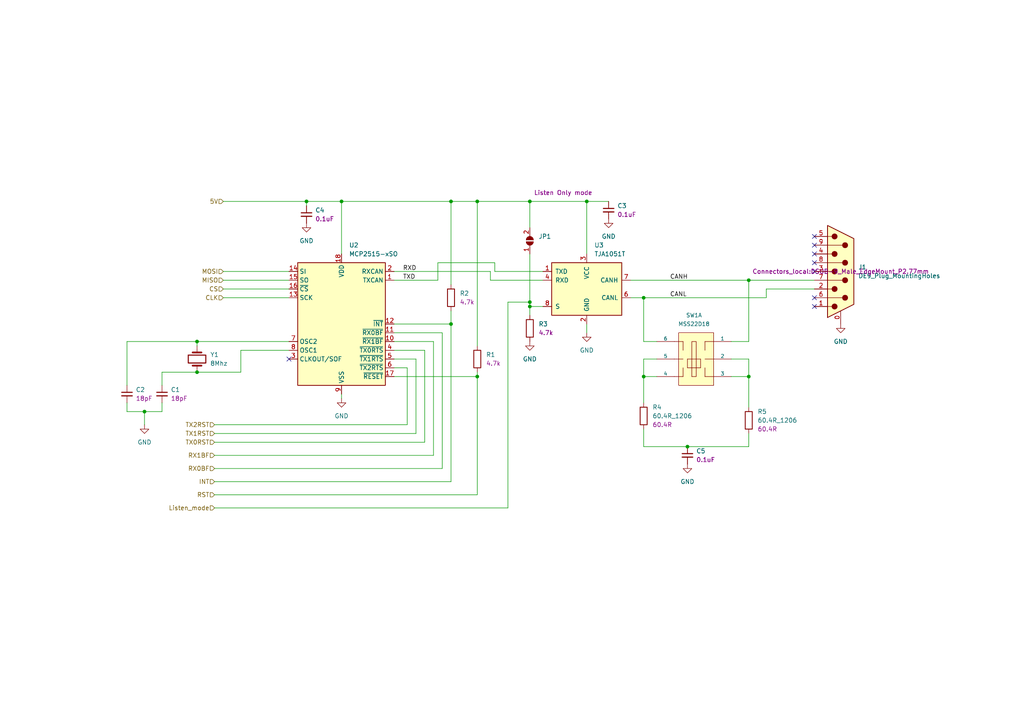
<source format=kicad_sch>
(kicad_sch (version 20230121) (generator eeschema)
  (paper "A4")
  (lib_symbols
    (symbol "Connector:DE9_Plug_MountingHoles" (pin_names (offset 1.016) hide)
      (property "Reference" "J" (at 0 16.51 0))
      (property "Value" "DE9_Plug_MountingHoles" (at 0 14.605 0))
      (symbol "DE9_Plug_MountingHoles_0_1"
        (circle (center -1.778 -10.16) (radius 0.762) (fill (type outline)))
        (circle (center -1.778 -5.08) (radius 0.762) (fill (type outline)))
        (circle (center -1.778 0) (radius 0.762) (fill (type outline)))
        (circle (center -1.778 5.08) (radius 0.762) (fill (type outline)))
        (circle (center -1.778 10.16) (radius 0.762) (fill (type outline)))
        (polyline (pts (xy -3.81 -10.16) (xy -2.54 -10.16)))
        (polyline (pts (xy -3.81 -7.62) (xy 0.508 -7.62)))
        (polyline (pts (xy -3.81 -5.08) (xy -2.54 -5.08)))
        (polyline (pts (xy -3.81 -2.54) (xy 0.508 -2.54)))
        (polyline (pts (xy -3.81 0) (xy -2.54 0)))
        (polyline (pts (xy -3.81 2.54) (xy 0.508 2.54)))
        (polyline (pts (xy -3.81 5.08) (xy -2.54 5.08)))
        (polyline (pts (xy -3.81 7.62) (xy 0.508 7.62)))
        (polyline (pts (xy -3.81 10.16) (xy -2.54 10.16)))
        (polyline (pts (xy -3.81 -13.335) (xy -3.81 13.335) (xy 3.81 9.525) (xy 3.81 -9.525) (xy -3.81 -13.335)) (stroke (width 0.254)) (fill (type background)))
        (circle (center 1.27 -7.62) (radius 0.762) (fill (type outline)))
        (circle (center 1.27 -2.54) (radius 0.762) (fill (type outline)))
        (circle (center 1.27 2.54) (radius 0.762) (fill (type outline)))
        (circle (center 1.27 7.62) (radius 0.762) (fill (type outline)))
      )
      (symbol "DE9_Plug_MountingHoles_1_1"
        (pin passive line (at 0 -15.24 90) (length 3.81) (name "PAD") (number "0"))
        (pin passive line (at -7.62 -10.16 0) (length 3.81) (name "1") (number "1"))
        (pin passive line (at -7.62 -5.08 0) (length 3.81) (name "2") (number "2"))
        (pin passive line (at -7.62 0 0) (length 3.81) (name "3") (number "3"))
        (pin passive line (at -7.62 5.08 0) (length 3.81) (name "4") (number "4"))
        (pin passive line (at -7.62 10.16 0) (length 3.81) (name "5") (number "5"))
        (pin passive line (at -7.62 -7.62 0) (length 3.81) (name "6") (number "6"))
        (pin passive line (at -7.62 -2.54 0) (length 3.81) (name "7") (number "7"))
        (pin passive line (at -7.62 2.54 0) (length 3.81) (name "8") (number "8"))
        (pin passive line (at -7.62 7.62 0) (length 3.81) (name "9") (number "9"))
      )
    )
    (symbol "Device:Crystal" (pin_numbers hide) (pin_names (offset 1.016) hide)
      (property "Reference" "Y" (at 0 3.81 0))
      (property "Value" "Crystal" (at 0 -3.81 0))
      (symbol "Crystal_0_1"
        (rectangle (start -1.143 2.54) (end 1.143 -2.54) (stroke (width 0.3048)))
        (polyline (pts (xy -2.54 0) (xy -1.905 0)))
        (polyline (pts (xy -1.905 -1.27) (xy -1.905 1.27)) (stroke (width 0.508)))
        (polyline (pts (xy 1.905 -1.27) (xy 1.905 1.27)) (stroke (width 0.508)))
        (polyline (pts (xy 2.54 0) (xy 1.905 0)))
      )
      (symbol "Crystal_1_1"
        (pin passive line (at -3.81 0 0) (length 1.27) (name "1") (number "1"))
        (pin passive line (at 3.81 0 180) (length 1.27) (name "2") (number "2"))
      )
    )
    (symbol "Interface_CAN_LIN:MCP2515-xSO"
      (property "Reference" "U" (at -10.16 19.685 0))
      (property "Value" "MCP2515-xSO" (at 19.05 20.32 0))
      (symbol "MCP2515-xSO_0_1"
        (rectangle (start -12.7 17.78) (end 12.7 -17.78) (stroke (width 0.254)) (fill (type background)))
      )
      (symbol "MCP2515-xSO_1_1"
        (pin output line (at 15.24 12.7 180) (length 2.54) (name "TXCAN") (number "1"))
        (pin output line (at 15.24 -5.08 180) (length 2.54) (name "~{RX1BF}") (number "10"))
        (pin output line (at 15.24 -2.54 180) (length 2.54) (name "~{RX0BF}") (number "11"))
        (pin output line (at 15.24 0 180) (length 2.54) (name "~{INT}") (number "12"))
        (pin input line (at -15.24 7.62 0) (length 2.54) (name "SCK") (number "13"))
        (pin input line (at -15.24 15.24 0) (length 2.54) (name "SI") (number "14"))
        (pin output line (at -15.24 12.7 0) (length 2.54) (name "SO") (number "15"))
        (pin input line (at -15.24 10.16 0) (length 2.54) (name "~{CS}") (number "16"))
        (pin input line (at 15.24 -15.24 180) (length 2.54) (name "~{RESET}") (number "17"))
        (pin power_in line (at 0 20.32 270) (length 2.54) (name "VDD") (number "18"))
        (pin input line (at 15.24 15.24 180) (length 2.54) (name "RXCAN") (number "2"))
        (pin output line (at -15.24 -10.16 0) (length 2.54) (name "CLKOUT/SOF") (number "3"))
        (pin input line (at 15.24 -7.62 180) (length 2.54) (name "~{TX0RTS}") (number "4"))
        (pin input line (at 15.24 -10.16 180) (length 2.54) (name "~{TX1RTS}") (number "5"))
        (pin input line (at 15.24 -12.7 180) (length 2.54) (name "~{TX2RTS}") (number "6"))
        (pin output line (at -15.24 -5.08 0) (length 2.54) (name "OSC2") (number "7"))
        (pin input line (at -15.24 -7.62 0) (length 2.54) (name "OSC1") (number "8"))
        (pin power_in line (at 0 -20.32 90) (length 2.54) (name "VSS") (number "9"))
      )
    )
    (symbol "Interface_CAN_LIN:TJA1051T" (pin_names (offset 1.016))
      (property "Reference" "U" (at -10.16 8.89 0))
      (property "Value" "TJA1051T" (at 1.27 8.89 0))
      (symbol "TJA1051T_0_1"
        (rectangle (start -10.16 7.62) (end 10.16 -7.62) (stroke (width 0.254)) (fill (type background)))
      )
      (symbol "TJA1051T_1_1"
        (pin input line (at -12.7 5.08 0) (length 2.54) (name "TXD") (number "1"))
        (pin power_in line (at 0 -10.16 90) (length 2.54) (name "GND") (number "2"))
        (pin power_in line (at 0 10.16 270) (length 2.54) (name "VCC") (number "3"))
        (pin output line (at -12.7 2.54 0) (length 2.54) (name "RXD") (number "4"))
        (pin no_connect line (at -10.16 -2.54 0) (length 2.54) hide (name "NC") (number "5"))
        (pin bidirectional line (at 12.7 -2.54 180) (length 2.54) (name "CANL") (number "6"))
        (pin bidirectional line (at 12.7 2.54 180) (length 2.54) (name "CANH") (number "7"))
        (pin input line (at -12.7 -5.08 0) (length 2.54) (name "S") (number "8"))
      )
    )
    (symbol "Jumper:SolderJumper_2_Open" (pin_names (offset 0) hide)
      (property "Reference" "JP" (at 0 2.032 0))
      (property "Value" "SolderJumper_2_Open" (at 0 -2.54 0))
      (symbol "SolderJumper_2_Open_0_1"
        (arc (start -0.254 1.016) (mid -1.2656 0) (end -0.254 -1.016))
        (arc (start -0.254 1.016) (mid -1.2656 0) (end -0.254 -1.016) (fill (type outline)))
        (polyline (pts (xy -0.254 1.016) (xy -0.254 -1.016)))
        (polyline (pts (xy 0.254 1.016) (xy 0.254 -1.016)))
        (arc (start 0.254 -1.016) (mid 1.2656 0) (end 0.254 1.016))
        (arc (start 0.254 -1.016) (mid 1.2656 0) (end 0.254 1.016) (fill (type outline)))
      )
      (symbol "SolderJumper_2_Open_1_1"
        (pin passive line (at -3.81 0 0) (length 2.54) (name "A") (number "1"))
        (pin passive line (at 3.81 0 180) (length 2.54) (name "B") (number "2"))
      )
    )
    (symbol "MSS22D18_1" (pin_numbers hide) (pin_names (offset 0))
      (property "Reference" "SW" (at 11.43 5.08 0))
      (property "Value" "MSS22D18" (at 8.89 7.62 0))
      (symbol "MSS22D18_1_1_0"
        (rectangle (start -7.62 10.16) (end 7.62 0) (fill (type background)))
        (polyline (pts (xy -5.08 0) (xy -5.08 2.54)))
        (polyline (pts (xy -5.08 2.54) (xy -2.54 2.54)))
        (polyline (pts (xy -5.08 8.89) (xy -2.54 8.89)))
        (polyline (pts (xy -5.08 11.43) (xy -5.08 8.89)))
        (polyline (pts (xy -2.54 3.81) (xy 0 3.81)))
        (polyline (pts (xy -2.54 5.08) (xy -2.54 3.81)))
        (polyline (pts (xy -2.54 6.35) (xy -2.54 7.62)))
        (polyline (pts (xy 0 0) (xy 0 2.54)))
        (polyline (pts (xy 0 5.08) (xy 0 3.81)))
        (polyline (pts (xy 0 6.35) (xy 0 7.62)))
        (polyline (pts (xy 0 7.62) (xy -2.54 7.62)))
        (polyline (pts (xy 0 11.43) (xy 0 8.89)))
        (polyline (pts (xy 5.08 0) (xy 5.08 2.54)))
        (polyline (pts (xy 5.08 2.54) (xy 2.54 2.54)))
        (polyline (pts (xy 5.08 8.89) (xy 2.54 8.89)))
        (polyline (pts (xy 5.08 11.43) (xy 5.08 8.89)))
      )
      (symbol "MSS22D18_1_1_1"
        (rectangle (start -2.54 6.35) (end 0 5.08))
        (polyline (pts (xy -2.54 6.35) (xy -5.08 6.35)))
        (polyline (pts (xy -2.54 6.35) (xy -2.54 6.35)))
        (polyline (pts (xy -2.54 5.08) (xy -5.08 5.08) (xy -5.08 6.35)))
        (polyline (pts (xy 0 6.35) (xy 5.08 6.35) (xy 5.08 5.08) (xy 0 5.08)))
        (pin passive line (at 5.08 -5.08 90) (length 5.08) (name "1") (number "1"))
        (pin passive line (at 0 -5.08 90) (length 5.08) (name "2") (number "2"))
        (pin passive line (at -5.08 -5.08 90) (length 5.08) (name "3") (number "3"))
        (pin passive line (at -5.08 16.51 270) (length 5.08) (name "4") (number "4"))
        (pin passive line (at 0 16.51 270) (length 5.08) (name "5") (number "5"))
        (pin passive line (at 5.08 16.51 270) (length 5.08) (name "6") (number "6"))
      )
      (symbol "MSS22D18_1_2_0"
        (polyline (pts (xy -2.54 0) (xy 2.54 2.54)))
        (polyline (pts (xy -0.762 3.048) (xy -0.762 3.556)))
        (polyline (pts (xy -0.762 3.556) (xy 0.762 3.556)))
        (polyline (pts (xy 0 1.778) (xy 0 2.794)))
        (polyline (pts (xy 0.762 3.556) (xy 0.762 3.048)))
        (polyline (pts (xy 1.524 2.54) (xy 2.54 2.54)))
        (polyline (pts (xy 2.54 2.54) (xy 2.032 1.778)))
      )
      (symbol "MSS22D18_1_2_1"
        (pin passive line (at -5.08 0 0) (length 2.54) (name "SW1") (number "SW1"))
        (pin passive line (at 5.08 0 180) (length 2.54) (name "SW2") (number "SW2"))
      )
    )
    (symbol "PCM_4ms_Capacitor:100nF_0603_16V" (pin_numbers hide) (pin_names (offset 0.254) hide)
      (property "Reference" "C" (at 1.905 1.27 0))
      (property "Display" "0.1uF" (at 1.905 -1.27 0))
      (symbol "100nF_0603_16V_0_1"
        (polyline (pts (xy -1.524 -0.508) (xy 1.524 -0.508)) (stroke (width 0.3302)))
        (polyline (pts (xy -1.524 0.508) (xy 1.524 0.508)) (stroke (width 0.3048)))
      )
      (symbol "100nF_0603_16V_1_1"
        (pin passive line (at 0 2.54 270) (length 2.032) (name "~") (number "1"))
        (pin passive line (at 0 -2.54 90) (length 2.032) (name "~") (number "2"))
      )
    )
    (symbol "PCM_4ms_Capacitor:18pF_0603_50V" (pin_numbers hide) (pin_names (offset 0.254) hide)
      (property "Reference" "C" (at 1.905 1.27 0))
      (property "Display" "18pF" (at 1.905 -1.27 0))
      (symbol "18pF_0603_50V_0_1"
        (polyline (pts (xy -1.524 -0.508) (xy 1.524 -0.508)) (stroke (width 0.3302)))
        (polyline (pts (xy -1.524 0.508) (xy 1.524 0.508)) (stroke (width 0.3048)))
      )
      (symbol "18pF_0603_50V_1_1"
        (pin passive line (at 0 2.54 270) (length 2.032) (name "~") (number "1"))
        (pin passive line (at 0 -2.54 90) (length 2.032) (name "~") (number "2"))
      )
    )
    (symbol "PCM_4ms_Power-symbol:GND" (power) (pin_names (offset 0))
      (property "Value" "GND" (at 0 -3.81 0))
      (symbol "GND_0_1"
        (polyline (pts (xy 0 0) (xy 0 -1.27) (xy 1.27 -1.27) (xy 0 -2.54) (xy -1.27 -1.27) (xy 0 -1.27)))
      )
      (symbol "GND_1_1"
        (pin power_in line (at 0 0 270) (length 0) hide (name "GND") (number "1"))
      )
    )
    (symbol "PCM_4ms_Resistor:4.7k_0603" (pin_numbers hide) (pin_names (offset 0))
      (property "Reference" "R" (at 2.032 0 90))
      (property "Display" "4.7k" (at 3.81 0 90))
      (symbol "4.7k_0603_0_1"
        (rectangle (start -1.016 -2.54) (end 1.016 2.54) (stroke (width 0.254)))
      )
      (symbol "4.7k_0603_1_1"
        (pin passive line (at 0 3.81 270) (length 1.27) (name "~") (number "1"))
        (pin passive line (at 0 -3.81 90) (length 1.27) (name "~") (number "2"))
      )
    )
    (symbol "Resistors_local:2R_1206_1" (pin_numbers hide) (pin_names (offset 0))
      (property "Reference" "R" (at 2.032 0 90))
      (property "Value" "60.4R_1206" (at -2.54 0 90))
      (property "Display" "60.4R" (at 3.81 0 90))
      (symbol "2R_1206_1_0_1"
        (rectangle (start -1.016 -2.54) (end 1.016 2.54) (stroke (width 0.254)))
      )
      (symbol "2R_1206_1_1_1"
        (pin passive line (at 0 3.81 270) (length 1.27) (name "~") (number "1"))
        (pin passive line (at 0 -3.81 90) (length 1.27) (name "~") (number "2"))
      )
    )
  )
  (junction (at 57.15 99.06))
  (junction (at 41.91 119.38))
  (junction (at 99.06 58.42))
  (junction (at 153.67 87.63))
  (junction (at 153.67 88.9))
  (junction (at 186.69 109.22))
  (junction (at 130.81 58.42))
  (junction (at 153.67 58.42))
  (junction (at 88.9 58.42))
  (junction (at 217.17 81.28))
  (junction (at 138.43 58.42))
  (junction (at 186.69 86.36))
  (junction (at 170.18 58.42))
  (junction (at 130.81 93.98))
  (junction (at 57.15 107.95))
  (junction (at 138.43 109.22))
  (junction (at 217.17 109.22))
  (junction (at 199.39 129.54))
  (no_connect (at 236.22 76.2))
  (no_connect (at 236.22 88.9))
  (no_connect (at 236.22 68.58))
  (no_connect (at 236.22 71.12))
  (no_connect (at 83.82 104.14))
  (no_connect (at 236.22 73.66))
  (no_connect (at 236.22 78.74))
  (no_connect (at 236.22 86.36))
  (wire (pts (xy 217.17 109.22) (xy 217.17 118.11)))
  (wire (pts (xy 186.69 99.06) (xy 190.5 99.06)))
  (wire (pts (xy 190.5 104.14) (xy 186.69 104.14)))
  (wire (pts (xy 236.22 83.82) (xy 222.25 83.82)))
  (wire (pts (xy 142.24 78.74) (xy 114.3 78.74)))
  (wire (pts (xy 212.09 104.14) (xy 217.17 104.14)))
  (wire (pts (xy 157.48 88.9) (xy 153.67 88.9)))
  (wire (pts (xy 212.09 109.22) (xy 217.17 109.22)))
  (wire (pts (xy 143.51 78.74) (xy 157.48 78.74)))
  (wire (pts (xy 64.77 83.82) (xy 83.82 83.82)))
  (wire (pts (xy 147.32 87.63) (xy 153.67 87.63)))
  (wire (pts (xy 138.43 109.22) (xy 138.43 107.95)))
  (wire (pts (xy 114.3 106.68) (xy 118.11 106.68)))
  (wire (pts (xy 62.23 128.27) (xy 123.19 128.27)))
  (wire (pts (xy 36.83 119.38) (xy 41.91 119.38)))
  (wire (pts (xy 114.3 109.22) (xy 138.43 109.22)))
  (wire (pts (xy 99.06 73.66) (xy 99.06 58.42)))
  (wire (pts (xy 138.43 58.42) (xy 153.67 58.42)))
  (wire (pts (xy 88.9 58.42) (xy 99.06 58.42)))
  (wire (pts (xy 120.65 104.14) (xy 120.65 125.73)))
  (wire (pts (xy 217.17 104.14) (xy 217.17 109.22)))
  (wire (pts (xy 114.3 101.6) (xy 123.19 101.6)))
  (wire (pts (xy 88.9 59.69) (xy 88.9 58.42)))
  (wire (pts (xy 170.18 93.98) (xy 170.18 96.52)))
  (wire (pts (xy 62.23 123.19) (xy 118.11 123.19)))
  (wire (pts (xy 83.82 101.6) (xy 69.85 101.6)))
  (wire (pts (xy 170.18 58.42) (xy 170.18 73.66)))
  (wire (pts (xy 130.81 93.98) (xy 114.3 93.98)))
  (wire (pts (xy 57.15 99.06) (xy 36.83 99.06)))
  (wire (pts (xy 153.67 88.9) (xy 153.67 91.44)))
  (wire (pts (xy 46.99 107.95) (xy 46.99 111.76)))
  (wire (pts (xy 186.69 109.22) (xy 190.5 109.22)))
  (wire (pts (xy 99.06 115.57) (xy 99.06 114.3)))
  (wire (pts (xy 69.85 101.6) (xy 69.85 107.95)))
  (wire (pts (xy 123.19 101.6) (xy 123.19 128.27)))
  (wire (pts (xy 125.73 99.06) (xy 125.73 132.08)))
  (wire (pts (xy 153.67 58.42) (xy 153.67 66.04)))
  (wire (pts (xy 127 81.28) (xy 127 76.2)))
  (wire (pts (xy 186.69 109.22) (xy 186.69 116.84)))
  (wire (pts (xy 147.32 147.32) (xy 147.32 87.63)))
  (wire (pts (xy 46.99 119.38) (xy 41.91 119.38)))
  (wire (pts (xy 130.81 90.17) (xy 130.81 93.98)))
  (wire (pts (xy 170.18 58.42) (xy 176.53 58.42)))
  (wire (pts (xy 130.81 58.42) (xy 130.81 82.55)))
  (wire (pts (xy 62.23 143.51) (xy 138.43 143.51)))
  (wire (pts (xy 62.23 125.73) (xy 120.65 125.73)))
  (wire (pts (xy 186.69 86.36) (xy 222.25 86.36)))
  (wire (pts (xy 130.81 58.42) (xy 138.43 58.42)))
  (wire (pts (xy 138.43 143.51) (xy 138.43 109.22)))
  (wire (pts (xy 186.69 86.36) (xy 186.69 99.06)))
  (wire (pts (xy 62.23 135.89) (xy 128.27 135.89)))
  (wire (pts (xy 99.06 58.42) (xy 130.81 58.42)))
  (wire (pts (xy 217.17 81.28) (xy 236.22 81.28)))
  (wire (pts (xy 46.99 116.84) (xy 46.99 119.38)))
  (wire (pts (xy 153.67 58.42) (xy 170.18 58.42)))
  (wire (pts (xy 41.91 119.38) (xy 41.91 123.19)))
  (wire (pts (xy 62.23 147.32) (xy 147.32 147.32)))
  (wire (pts (xy 217.17 81.28) (xy 217.17 99.06)))
  (wire (pts (xy 118.11 106.68) (xy 118.11 123.19)))
  (wire (pts (xy 186.69 124.46) (xy 186.69 129.54)))
  (wire (pts (xy 138.43 58.42) (xy 138.43 100.33)))
  (wire (pts (xy 153.67 87.63) (xy 153.67 88.9)))
  (wire (pts (xy 157.48 81.28) (xy 142.24 81.28)))
  (wire (pts (xy 64.77 58.42) (xy 88.9 58.42)))
  (wire (pts (xy 186.69 104.14) (xy 186.69 109.22)))
  (wire (pts (xy 57.15 107.95) (xy 69.85 107.95)))
  (wire (pts (xy 153.67 73.66) (xy 153.67 87.63)))
  (wire (pts (xy 130.81 139.7) (xy 130.81 93.98)))
  (wire (pts (xy 127 76.2) (xy 143.51 76.2)))
  (wire (pts (xy 36.83 99.06) (xy 36.83 111.76)))
  (wire (pts (xy 182.88 81.28) (xy 217.17 81.28)))
  (wire (pts (xy 128.27 96.52) (xy 128.27 135.89)))
  (wire (pts (xy 64.77 78.74) (xy 83.82 78.74)))
  (wire (pts (xy 62.23 132.08) (xy 125.73 132.08)))
  (wire (pts (xy 143.51 76.2) (xy 143.51 78.74)))
  (wire (pts (xy 64.77 81.28) (xy 83.82 81.28)))
  (wire (pts (xy 217.17 125.73) (xy 217.17 129.54)))
  (wire (pts (xy 199.39 129.54) (xy 217.17 129.54)))
  (wire (pts (xy 83.82 99.06) (xy 57.15 99.06)))
  (wire (pts (xy 114.3 99.06) (xy 125.73 99.06)))
  (wire (pts (xy 217.17 99.06) (xy 212.09 99.06)))
  (wire (pts (xy 64.77 86.36) (xy 83.82 86.36)))
  (wire (pts (xy 62.23 139.7) (xy 130.81 139.7)))
  (wire (pts (xy 114.3 96.52) (xy 128.27 96.52)))
  (wire (pts (xy 57.15 107.95) (xy 46.99 107.95)))
  (wire (pts (xy 114.3 104.14) (xy 120.65 104.14)))
  (wire (pts (xy 57.15 99.06) (xy 57.15 100.33)))
  (wire (pts (xy 142.24 81.28) (xy 142.24 78.74)))
  (wire (pts (xy 222.25 83.82) (xy 222.25 86.36)))
  (wire (pts (xy 182.88 86.36) (xy 186.69 86.36)))
  (wire (pts (xy 36.83 116.84) (xy 36.83 119.38)))
  (wire (pts (xy 186.69 129.54) (xy 199.39 129.54)))
  (wire (pts (xy 114.3 81.28) (xy 127 81.28)))
  (label "CANL" (at 194.31 86.36 0))
  (label "TXD" (at 116.84 81.28 0))
  (label "RXD" (at 116.84 78.74 0))
  (label "CANH" (at 194.31 81.28 0))
  (hierarchical_label "RX1BF" (shape input) (at 62.23 132.08 180))
  (hierarchical_label "MISO" (shape input) (at 64.77 81.28 180))
  (hierarchical_label "TX0RST" (shape input) (at 62.23 128.27 180))
  (hierarchical_label "MOSI" (shape input) (at 64.77 78.74 180))
  (hierarchical_label "INT" (shape input) (at 62.23 139.7 180))
  (hierarchical_label "RX0BF" (shape input) (at 62.23 135.89 180))
  (hierarchical_label "Listen_mode" (shape input) (at 62.23 147.32 180))
  (hierarchical_label "5V" (shape input) (at 64.77 58.42 180))
  (hierarchical_label "TX2RST" (shape input) (at 62.23 123.19 180))
  (hierarchical_label "CS" (shape input) (at 64.77 83.82 180))
  (hierarchical_label "CLK" (shape input) (at 64.77 86.36 180))
  (hierarchical_label "RST" (shape input) (at 62.23 143.51 180))
  (hierarchical_label "TX1RST" (shape input) (at 62.23 125.73 180))
  (symbol (lib_id "PCM_4ms_Resistor:4.7k_0603") (at 153.67 95.25 0) (unit 1)
    (property "Reference" "R3" (at 156.21 93.98 0) (effects (justify left)))
    (property "Value" "4.7k_0603" (effects hide))
    (property "Footprint" "PCM_4ms_Resistor:R_0603" (effects hide))
    (property "Specifications" "4k7, 1%, 1/10W, 0603" (effects hide))
    (property "Manufacturer" "Yageo" (effects hide))
    (property "Part Number" "RC0603FR-074K7L" (effects hide))
    (property "Display" "4.7k" (at 156.21 96.52 0) (effects (justify left)))
    (property "JLCPCB ID" "C23162" (effects hide))
  )
  (symbol (lib_id "PCM_4ms_Power-symbol:GND") (at 153.67 99.06 0) (unit 1)
    (property "Reference" "#PWR04" (effects hide))
    (property "Value" "GND" (at 153.67 104.14 0))
  )
  (symbol (lib_id "Device:Crystal") (at 57.15 104.14 90) (unit 1)
    (property "Reference" "Y1" (at 60.96 102.87 90) (effects (justify right)))
    (property "Value" "8Mhz" (at 60.96 105.41 90) (effects (justify right)))
    (property "Footprint" "Crystal:Crystal_HC49-4H_Vertical" (effects hide))
  )
  (symbol (lib_id "PCM_4ms_Power-symbol:GND") (at 41.91 123.19 0) (unit 1)
    (property "Reference" "#PWR01" (effects hide))
    (property "Value" "GND" (at 41.91 128.27 0))
  )
  (symbol (lib_id "PCM_4ms_Power-symbol:GND") (at 199.39 134.62 0) (unit 1)
    (property "Reference" "#PWR07" (effects hide))
    (property "Value" "GND" (at 199.39 139.7 0))
  )
  (symbol (lib_id "PCM_4ms_Capacitor:100nF_0603_16V") (at 199.39 132.08 0) (unit 1)
    (property "Reference" "C5" (at 201.93 130.8163 0) (effects (justify left)))
    (property "Value" "100nF_0603_16V" (effects hide))
    (property "Footprint" "PCM_4ms_Capacitor:C_0603" (effects hide))
    (property "Specifications" "0.1uF, Min. 16V 10%, X7R or X5R or similar" (effects hide))
    (property "Manufacturer" "AVX Corporation" (effects hide))
    (property "Part Number" "0603YC104KAT2A" (effects hide))
    (property "Display" "0.1uF" (at 201.93 133.3563 0) (effects (justify left)))
    (property "JLCPCB ID" "C14663" (effects hide))
  )
  (symbol (lib_id "PCM_4ms_Power-symbol:GND") (at 170.18 96.52 0) (unit 1)
    (property "Reference" "#PWR03" (effects hide))
    (property "Value" "GND" (at 170.18 101.6 0))
  )
  (symbol (lib_id "Jumper:SolderJumper_2_Open") (at 153.67 69.85 90) (unit 1)
    (property "Reference" "JP1" (at 156.21 68.58 90) (effects (justify right)))
    (property "Value" "SolderJumper_2_Open" (effects hide))
    (property "Footprint" "Jumper:SolderJumper-2_P1.3mm_Open_RoundedPad1.0x1.5mm" (effects hide))
    (property "Field4" "Listen Only mode " (at 163.83 55.88 90))
  )
  (symbol (lib_id "Interface_CAN_LIN:TJA1051T") (at 170.18 83.82 0) (unit 1)
    (property "Reference" "U3" (at 172.3741 71.12 0) (effects (justify left)))
    (property "Value" "TJA1051T" (at 172.3741 73.66 0) (effects (justify left)))
    (property "Footprint" "Package_SO:SOIC-8_3.9x4.9mm_P1.27mm" (effects hide))
    (property "Datasheet" "http://www.nxp.com/docs/en/data-sheet/TJA1051.pdf" (effects hide))
  )
  (symbol (lib_id "PCM_4ms_Capacitor:18pF_0603_50V") (at 36.83 114.3 0) (unit 1)
    (property "Reference" "C2" (at 39.37 113.0363 0) (effects (justify left)))
    (property "Value" "18pF_0603_50V" (effects hide))
    (property "Footprint" "PCM_4ms_Capacitor:C_0603" (effects hide))
    (property "Specifications" "18pF, 50V 5% C0G (NP0) 0603" (effects hide))
    (property "Manufacturer" "Kemet" (effects hide))
    (property "Part Number" "C0603C180J5GACTU" (effects hide))
    (property "Display" "18pF" (at 39.37 115.5763 0) (effects (justify left)))
    (property "JLCPCB ID" "C1647" (effects hide))
  )
  (symbol (lib_name "MSS22D18_1") (lib_id "Switches:MSS22D18") (at 207.01 104.14 90) (unit 1)
    (property "Reference" "SW1" (at 201.295 91.44 90) (effects (font (size 1.143 1.143))))
    (property "Value" "MSS22D18" (at 201.295 93.98 90) (effects (font (size 1.143 1.143))))
    (property "Footprint" "Switches:MSS22D18" (effects hide))
    (property "Part Number" "MSS22D18 " (effects hide))
    (property "link" "https://www.aliexpress.com/item/4001161324412.html?spm=a2g0o.productlist.main.23.68ca5c7eqFKe3n&algo_pvid=bfc9ac49-75cf-47d9-a9fb-cc43527407dd&algo_exp_id=bfc9ac49-75cf-47d9-a9fb-cc43527407dd-11&pdp_npi=3%40dis%21BGN%211.88%211.7%21%21%211.04%21%21%4021021f7b16903970049598174d073a%2110000014947791908%21sea%21BG%212266247735&curPageLogUid=17k3VYe0RSNR" (effects hide))
  )
  (symbol (lib_id "PCM_4ms_Power-symbol:GND") (at 99.06 115.57 0) (unit 1)
    (property "Reference" "#PWR02" (effects hide))
    (property "Value" "GND" (at 99.06 120.65 0))
  )
  (symbol (lib_id "PCM_4ms_Power-symbol:GND") (at 243.84 93.98 0) (unit 1)
    (property "Reference" "#PWR08" (effects hide))
    (property "Value" "GND" (at 243.84 99.06 0))
  )
  (symbol (lib_id "PCM_4ms_Capacitor:100nF_0603_16V") (at 88.9 62.23 0) (unit 1)
    (property "Reference" "C4" (at 91.44 60.9663 0) (effects (justify left)))
    (property "Value" "100nF_0603_16V" (effects hide))
    (property "Footprint" "PCM_4ms_Capacitor:C_0603" (effects hide))
    (property "Specifications" "0.1uF, Min. 16V 10%, X7R or X5R or similar" (effects hide))
    (property "Manufacturer" "AVX Corporation" (effects hide))
    (property "Part Number" "0603YC104KAT2A" (effects hide))
    (property "Display" "0.1uF" (at 91.44 63.5063 0) (effects (justify left)))
    (property "JLCPCB ID" "C14663" (effects hide))
  )
  (symbol (lib_id "Resistors_local:2R_1206_1") (at 217.17 121.92 0) (unit 1)
    (property "Reference" "R5" (at 219.71 119.38 0) (effects (justify left)))
    (property "Value" "60.4R_1206" (at 219.71 121.92 0) (effects (justify left)))
    (property "Footprint" "PCM_4ms_Resistor:R_1206_3216Metric" (effects hide))
    (property "Manufacturer" "Bourns" (effects hide))
    (property "Part Number" "CR1206-FX-60R4ELF" (effects hide))
    (property "Display" "60.4R" (at 219.71 124.46 0) (effects (justify left)))
  )
  (symbol (lib_id "PCM_4ms_Capacitor:100nF_0603_16V") (at 176.53 60.96 0) (unit 1)
    (property "Reference" "C3" (at 179.07 59.6963 0) (effects (justify left)))
    (property "Value" "100nF_0603_16V" (effects hide))
    (property "Footprint" "PCM_4ms_Capacitor:C_0603" (effects hide))
    (property "Specifications" "0.1uF, Min. 16V 10%, X7R or X5R or similar" (effects hide))
    (property "Manufacturer" "AVX Corporation" (effects hide))
    (property "Part Number" "0603YC104KAT2A" (effects hide))
    (property "Display" "0.1uF" (at 179.07 62.2363 0) (effects (justify left)))
    (property "JLCPCB ID" "C14663" (effects hide))
  )
  (symbol (lib_id "Interface_CAN_LIN:MCP2515-xSO") (at 99.06 93.98 0) (unit 1)
    (property "Reference" "U2" (at 101.2541 71.12 0) (effects (justify left)))
    (property "Value" "MCP2515-xSO" (at 101.2541 73.66 0) (effects (justify left)))
    (property "Footprint" "Package_SO:SOIC-18W_7.5x11.6mm_P1.27mm" (effects hide))
    (property "Datasheet" "http://ww1.microchip.com/downloads/en/DeviceDoc/21801e.pdf" (effects hide))
  )
  (symbol (lib_id "PCM_4ms_Power-symbol:GND") (at 88.9 64.77 0) (unit 1)
    (property "Reference" "#PWR05" (effects hide))
    (property "Value" "GND" (at 88.9 69.85 0))
  )
  (symbol (lib_id "PCM_4ms_Capacitor:18pF_0603_50V") (at 46.99 114.3 0) (unit 1)
    (property "Reference" "C1" (at 49.53 113.0363 0) (effects (justify left)))
    (property "Value" "18pF_0603_50V" (effects hide))
    (property "Footprint" "PCM_4ms_Capacitor:C_0603" (effects hide))
    (property "Specifications" "18pF, 50V 5% C0G (NP0) 0603" (effects hide))
    (property "Manufacturer" "Kemet" (effects hide))
    (property "Part Number" "C0603C180J5GACTU" (effects hide))
    (property "Display" "18pF" (at 49.53 115.5763 0) (effects (justify left)))
    (property "JLCPCB ID" "C1647" (effects hide))
  )
  (symbol (lib_id "PCM_4ms_Resistor:4.7k_0603") (at 130.81 86.36 0) (unit 1)
    (property "Reference" "R2" (at 133.35 85.09 0) (effects (justify left)))
    (property "Value" "4.7k_0603" (effects hide))
    (property "Footprint" "PCM_4ms_Resistor:R_0603" (effects hide))
    (property "Specifications" "4k7, 1%, 1/10W, 0603" (effects hide))
    (property "Manufacturer" "Yageo" (effects hide))
    (property "Part Number" "RC0603FR-074K7L" (effects hide))
    (property "Display" "4.7k" (at 133.35 87.63 0) (effects (justify left)))
    (property "JLCPCB ID" "C23162" (effects hide))
  )
  (symbol (lib_id "Connector:DE9_Plug_MountingHoles") (at 243.84 78.74 0) (unit 1)
    (property "Reference" "J1" (at 248.92 77.47 0) (effects (justify left)))
    (property "Value" "DE9_Plug_MountingHoles" (at 248.92 80.01 0) (effects (justify left)))
    (property "Footprint" "Connectors_local:DSUB-9_Male_EdgeMount_P2.77mm" (at 243.84 78.74 0))
    (property "Datasheet" " ~" (effects hide))
  )
  (symbol (lib_id "PCM_4ms_Power-symbol:GND") (at 176.53 63.5 0) (unit 1)
    (property "Reference" "#PWR06" (effects hide))
    (property "Value" "GND" (at 176.53 68.58 0))
  )
  (symbol (lib_id "Resistors_local:2R_1206_1") (at 186.69 120.65 0) (unit 1)
    (property "Reference" "R4" (at 189.23 118.11 0) (effects (justify left)))
    (property "Value" "60.4R_1206" (at 189.23 120.65 0) (effects (justify left)))
    (property "Footprint" "PCM_4ms_Resistor:R_1206_3216Metric" (effects hide))
    (property "Manufacturer" "Bourns" (effects hide))
    (property "Part Number" "CR1206-FX-60R4ELF" (effects hide))
    (property "Display" "60.4R" (at 189.23 123.19 0) (effects (justify left)))
  )
  (symbol (lib_id "PCM_4ms_Resistor:4.7k_0603") (at 138.43 104.14 0) (unit 1)
    (property "Reference" "R1" (at 140.97 102.87 0) (effects (justify left)))
    (property "Value" "4.7k_0603" (effects hide))
    (property "Footprint" "PCM_4ms_Resistor:R_0603" (effects hide))
    (property "Specifications" "4k7, 1%, 1/10W, 0603" (effects hide))
    (property "Manufacturer" "Yageo" (effects hide))
    (property "Part Number" "RC0603FR-074K7L" (effects hide))
    (property "Display" "4.7k" (at 140.97 105.41 0) (effects (justify left)))
    (property "JLCPCB ID" "C23162" (effects hide))
  )
)
</source>
